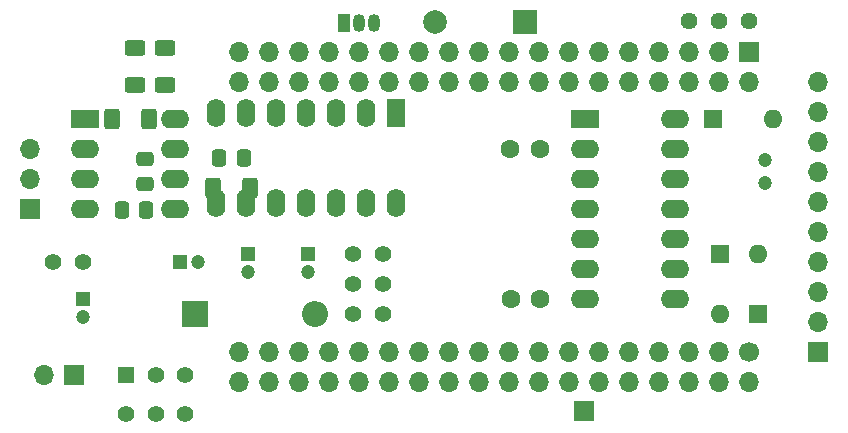
<source format=gbr>
%TF.GenerationSoftware,KiCad,Pcbnew,(6.0.2)*%
%TF.CreationDate,2022-06-08T22:41:36-07:00*%
%TF.ProjectId,TrailAlarm,54726169-6c41-46c6-9172-6d2e6b696361,1*%
%TF.SameCoordinates,Original*%
%TF.FileFunction,Soldermask,Bot*%
%TF.FilePolarity,Negative*%
%FSLAX46Y46*%
G04 Gerber Fmt 4.6, Leading zero omitted, Abs format (unit mm)*
G04 Created by KiCad (PCBNEW (6.0.2)) date 2022-06-08 22:41:36*
%MOMM*%
%LPD*%
G01*
G04 APERTURE LIST*
G04 Aperture macros list*
%AMRoundRect*
0 Rectangle with rounded corners*
0 $1 Rounding radius*
0 $2 $3 $4 $5 $6 $7 $8 $9 X,Y pos of 4 corners*
0 Add a 4 corners polygon primitive as box body*
4,1,4,$2,$3,$4,$5,$6,$7,$8,$9,$2,$3,0*
0 Add four circle primitives for the rounded corners*
1,1,$1+$1,$2,$3*
1,1,$1+$1,$4,$5*
1,1,$1+$1,$6,$7*
1,1,$1+$1,$8,$9*
0 Add four rect primitives between the rounded corners*
20,1,$1+$1,$2,$3,$4,$5,0*
20,1,$1+$1,$4,$5,$6,$7,0*
20,1,$1+$1,$6,$7,$8,$9,0*
20,1,$1+$1,$8,$9,$2,$3,0*%
G04 Aperture macros list end*
%ADD10C,1.600000*%
%ADD11C,1.400000*%
%ADD12R,1.600000X1.600000*%
%ADD13O,1.600000X1.600000*%
%ADD14R,1.700000X1.700000*%
%ADD15O,1.700000X1.700000*%
%ADD16R,1.200000X1.200000*%
%ADD17C,1.200000*%
%ADD18R,1.600000X2.400000*%
%ADD19O,1.600000X2.400000*%
%ADD20C,1.440000*%
%ADD21R,2.400000X1.600000*%
%ADD22O,2.400000X1.600000*%
%ADD23R,1.400000X1.400000*%
%ADD24R,2.000000X2.000000*%
%ADD25C,2.000000*%
%ADD26C,1.700000*%
%ADD27R,2.200000X2.200000*%
%ADD28O,2.200000X2.200000*%
%ADD29R,1.050000X1.500000*%
%ADD30O,1.050000X1.500000*%
%ADD31RoundRect,0.250000X-0.400000X-0.625000X0.400000X-0.625000X0.400000X0.625000X-0.400000X0.625000X0*%
%ADD32RoundRect,0.250000X-0.475000X0.337500X-0.475000X-0.337500X0.475000X-0.337500X0.475000X0.337500X0*%
%ADD33RoundRect,0.250000X-0.337500X-0.475000X0.337500X-0.475000X0.337500X0.475000X-0.337500X0.475000X0*%
%ADD34RoundRect,0.250000X0.625000X-0.400000X0.625000X0.400000X-0.625000X0.400000X-0.625000X-0.400000X0*%
%ADD35RoundRect,0.250000X-0.625000X0.400000X-0.625000X-0.400000X0.625000X-0.400000X0.625000X0.400000X0*%
G04 APERTURE END LIST*
D10*
%TO.C,C14*%
X159626259Y-137804259D03*
X162126259Y-137804259D03*
%TD*%
D11*
%TO.C,JP1*%
X120871259Y-134629259D03*
X123411259Y-134629259D03*
%TD*%
D12*
%TO.C,D2*%
X177366259Y-133994259D03*
D13*
X177366259Y-139074259D03*
%TD*%
D14*
%TO.C,J1*%
X118946259Y-130184259D03*
D15*
X118946259Y-127644259D03*
X118946259Y-125104259D03*
%TD*%
D14*
%TO.C,J4*%
X122638519Y-144272000D03*
D15*
X120098519Y-144272000D03*
%TD*%
D14*
%TO.C,J2*%
X165818519Y-147320000D03*
%TD*%
D16*
%TO.C,C4*%
X137361259Y-133994259D03*
D17*
X137361259Y-135494259D03*
%TD*%
D18*
%TO.C,U1*%
X149948519Y-122047000D03*
D19*
X147408519Y-122047000D03*
X144868519Y-122047000D03*
X142328519Y-122047000D03*
X139788519Y-122047000D03*
X137248519Y-122047000D03*
X134708519Y-122047000D03*
X134708519Y-129667000D03*
X137248519Y-129667000D03*
X139788519Y-129667000D03*
X142328519Y-129667000D03*
X144868519Y-129667000D03*
X147408519Y-129667000D03*
X149948519Y-129667000D03*
%TD*%
D20*
%TO.C,RV1*%
X174723519Y-114300000D03*
X177263519Y-114300000D03*
X179803519Y-114300000D03*
%TD*%
D11*
%TO.C,JP2*%
X146251259Y-133994259D03*
X148791259Y-133994259D03*
%TD*%
D21*
%TO.C,U5*%
X123608759Y-122574259D03*
D22*
X123608759Y-125114259D03*
X123608759Y-127654259D03*
X123608759Y-130194259D03*
X131228759Y-130194259D03*
X131228759Y-127654259D03*
X131228759Y-125114259D03*
X131228759Y-122574259D03*
%TD*%
D16*
%TO.C,C1*%
X123391259Y-137804259D03*
D17*
X123391259Y-139304259D03*
%TD*%
D23*
%TO.C,SW1*%
X127083519Y-144272000D03*
D11*
X129583519Y-144272000D03*
X132083519Y-144272000D03*
X127083519Y-147572000D03*
X129583519Y-147572000D03*
X132083519Y-147572000D03*
%TD*%
D12*
%TO.C,D3*%
X180541259Y-139074259D03*
D13*
X180541259Y-133994259D03*
%TD*%
D24*
%TO.C,BZ1*%
X160846259Y-114309259D03*
D25*
X153246259Y-114309259D03*
%TD*%
D16*
%TO.C,C3*%
X142441259Y-133994259D03*
D17*
X142441259Y-135494259D03*
%TD*%
D14*
%TO.C,U3*%
X179841259Y-116849259D03*
D15*
X179841259Y-119389259D03*
X177301259Y-116849259D03*
X177301259Y-119389259D03*
X174761259Y-116849259D03*
X174761259Y-119389259D03*
X172221259Y-116849259D03*
X172221259Y-119389259D03*
X169681259Y-116849259D03*
X169681259Y-119389259D03*
X167141259Y-116849259D03*
X167141259Y-119389259D03*
X164601259Y-116849259D03*
X164601259Y-119389259D03*
X162061259Y-116849259D03*
X162061259Y-119389259D03*
X159521259Y-116849259D03*
X159521259Y-119389259D03*
X156981259Y-116849259D03*
X156981259Y-119389259D03*
X154441259Y-116849259D03*
X154441259Y-119389259D03*
X151901259Y-116849259D03*
X151901259Y-119389259D03*
X149361259Y-116849259D03*
X149361259Y-119389259D03*
X146821259Y-116849259D03*
X146821259Y-119389259D03*
X144281259Y-116849259D03*
X144281259Y-119389259D03*
X141741259Y-116849259D03*
X141741259Y-119389259D03*
X139201259Y-116849259D03*
X139201259Y-119389259D03*
X136661259Y-116849259D03*
X136661259Y-119389259D03*
D26*
X179841259Y-142249259D03*
D15*
X179841259Y-144789259D03*
X177301259Y-142249259D03*
X177301259Y-144789259D03*
X174761259Y-142249259D03*
X174761259Y-144789259D03*
X172221259Y-142249259D03*
X172221259Y-144789259D03*
X169681259Y-142249259D03*
X169681259Y-144789259D03*
X167141259Y-142249259D03*
X167141259Y-144789259D03*
X164601259Y-142249259D03*
X164601259Y-144789259D03*
X162061259Y-142249259D03*
X162061259Y-144789259D03*
X159521259Y-142249259D03*
X159521259Y-144789259D03*
X156981259Y-142249259D03*
X156981259Y-144789259D03*
X154441259Y-142249259D03*
X154441259Y-144789259D03*
X151901259Y-142249259D03*
X151901259Y-144789259D03*
X149361259Y-142249259D03*
X149361259Y-144789259D03*
X146821259Y-142249259D03*
X146821259Y-144789259D03*
X144281259Y-142249259D03*
X144281259Y-144789259D03*
X141741259Y-142249259D03*
X141741259Y-144789259D03*
X139201259Y-142249259D03*
X139201259Y-144789259D03*
X136661259Y-142249259D03*
X136661259Y-144789259D03*
%TD*%
D10*
%TO.C,C12*%
X159606259Y-125104259D03*
X162106259Y-125104259D03*
%TD*%
D17*
%TO.C,C5*%
X181176259Y-128009259D03*
X181176259Y-126009259D03*
%TD*%
D16*
%TO.C,C2*%
X131646259Y-134629259D03*
D17*
X133146259Y-134629259D03*
%TD*%
D27*
%TO.C,D1*%
X132916259Y-139074259D03*
D28*
X143076259Y-139074259D03*
%TD*%
D11*
%TO.C,JP4*%
X146251259Y-136534259D03*
X148791259Y-136534259D03*
%TD*%
D21*
%TO.C,U2*%
X165921259Y-122559259D03*
D22*
X165921259Y-125099259D03*
X165921259Y-127639259D03*
X165921259Y-130179259D03*
X165921259Y-132719259D03*
X165921259Y-135259259D03*
X165921259Y-137799259D03*
X173541259Y-137799259D03*
X173541259Y-135259259D03*
X173541259Y-132719259D03*
X173541259Y-130179259D03*
X173541259Y-127639259D03*
X173541259Y-125099259D03*
X173541259Y-122559259D03*
%TD*%
D14*
%TO.C,J3*%
X185621259Y-142249259D03*
D15*
X185621259Y-139709259D03*
X185621259Y-137169259D03*
X185621259Y-134629259D03*
X185621259Y-132089259D03*
X185621259Y-129549259D03*
X185621259Y-127009259D03*
X185621259Y-124469259D03*
X185621259Y-121929259D03*
X185621259Y-119389259D03*
%TD*%
D29*
%TO.C,Q1*%
X145498519Y-114427000D03*
D30*
X146768519Y-114427000D03*
X148038519Y-114427000D03*
%TD*%
D12*
%TO.C,D4*%
X176731259Y-122564259D03*
D13*
X181811259Y-122564259D03*
%TD*%
D11*
%TO.C,JP3*%
X146251259Y-139074259D03*
X148791259Y-139074259D03*
%TD*%
D31*
%TO.C,R13*%
X134423519Y-128397000D03*
X137523519Y-128397000D03*
%TD*%
D32*
%TO.C,C9*%
X128703759Y-125971759D03*
X128703759Y-128046759D03*
%TD*%
D33*
%TO.C,C8*%
X134936019Y-125857000D03*
X137011019Y-125857000D03*
%TD*%
%TO.C,C10*%
X126681019Y-130302000D03*
X128756019Y-130302000D03*
%TD*%
D31*
%TO.C,R14*%
X125883759Y-122564259D03*
X128983759Y-122564259D03*
%TD*%
D34*
%TO.C,R11*%
X127836259Y-119669259D03*
X127836259Y-116569259D03*
%TD*%
D35*
%TO.C,R12*%
X130376259Y-116569259D03*
X130376259Y-119669259D03*
%TD*%
M02*

</source>
